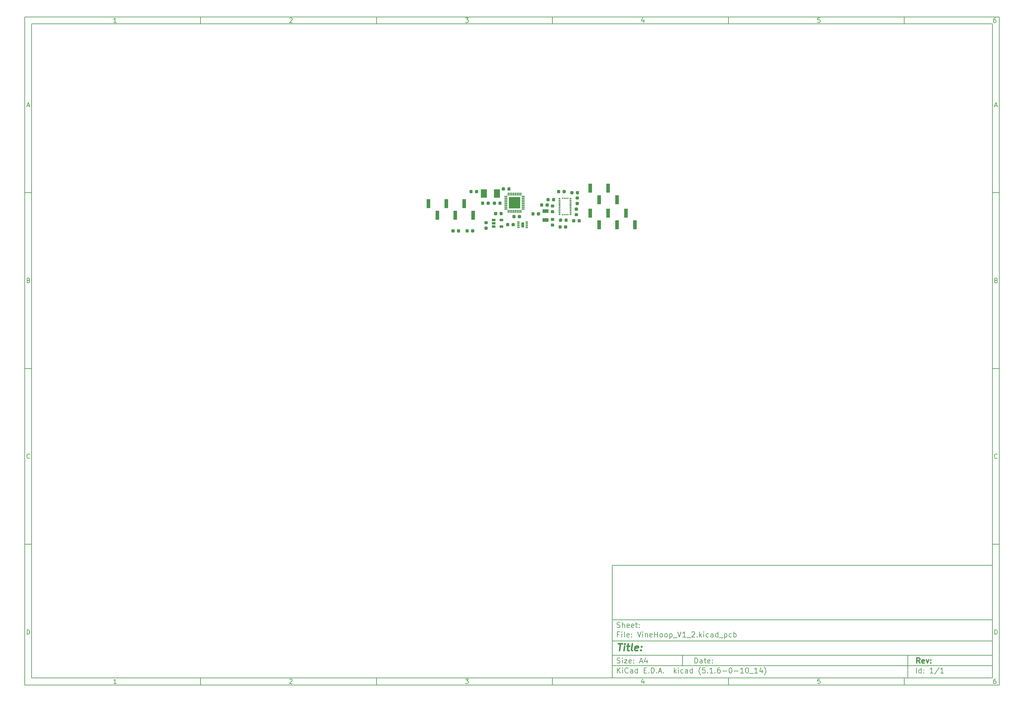
<source format=gtp>
G04 #@! TF.GenerationSoftware,KiCad,Pcbnew,(5.1.6-0-10_14)*
G04 #@! TF.CreationDate,2020-07-22T23:19:55-07:00*
G04 #@! TF.ProjectId,VineHoop_V1_2,56696e65-486f-46f7-905f-56315f322e6b,rev?*
G04 #@! TF.SameCoordinates,Original*
G04 #@! TF.FileFunction,Paste,Top*
G04 #@! TF.FilePolarity,Positive*
%FSLAX46Y46*%
G04 Gerber Fmt 4.6, Leading zero omitted, Abs format (unit mm)*
G04 Created by KiCad (PCBNEW (5.1.6-0-10_14)) date 2020-07-22 23:19:55*
%MOMM*%
%LPD*%
G01*
G04 APERTURE LIST*
%ADD10C,0.100000*%
%ADD11C,0.150000*%
%ADD12C,0.300000*%
%ADD13C,0.400000*%
%ADD14C,0.010000*%
%ADD15R,1.000000X2.510000*%
%ADD16R,0.525000X0.300000*%
%ADD17R,0.300000X0.425000*%
%ADD18R,3.251200X3.251200*%
%ADD19R,0.812800X0.304800*%
%ADD20R,0.304800X0.812800*%
%ADD21R,1.060000X0.650000*%
%ADD22R,1.800000X1.000000*%
%ADD23R,1.700000X2.400000*%
%ADD24R,0.200000X1.000000*%
%ADD25R,0.800000X0.300000*%
G04 APERTURE END LIST*
D10*
D11*
X177002200Y-166007200D02*
X177002200Y-198007200D01*
X285002200Y-198007200D01*
X285002200Y-166007200D01*
X177002200Y-166007200D01*
D10*
D11*
X10000000Y-10000000D02*
X10000000Y-200007200D01*
X287002200Y-200007200D01*
X287002200Y-10000000D01*
X10000000Y-10000000D01*
D10*
D11*
X12000000Y-12000000D02*
X12000000Y-198007200D01*
X285002200Y-198007200D01*
X285002200Y-12000000D01*
X12000000Y-12000000D01*
D10*
D11*
X60000000Y-12000000D02*
X60000000Y-10000000D01*
D10*
D11*
X110000000Y-12000000D02*
X110000000Y-10000000D01*
D10*
D11*
X160000000Y-12000000D02*
X160000000Y-10000000D01*
D10*
D11*
X210000000Y-12000000D02*
X210000000Y-10000000D01*
D10*
D11*
X260000000Y-12000000D02*
X260000000Y-10000000D01*
D10*
D11*
X36065476Y-11588095D02*
X35322619Y-11588095D01*
X35694047Y-11588095D02*
X35694047Y-10288095D01*
X35570238Y-10473809D01*
X35446428Y-10597619D01*
X35322619Y-10659523D01*
D10*
D11*
X85322619Y-10411904D02*
X85384523Y-10350000D01*
X85508333Y-10288095D01*
X85817857Y-10288095D01*
X85941666Y-10350000D01*
X86003571Y-10411904D01*
X86065476Y-10535714D01*
X86065476Y-10659523D01*
X86003571Y-10845238D01*
X85260714Y-11588095D01*
X86065476Y-11588095D01*
D10*
D11*
X135260714Y-10288095D02*
X136065476Y-10288095D01*
X135632142Y-10783333D01*
X135817857Y-10783333D01*
X135941666Y-10845238D01*
X136003571Y-10907142D01*
X136065476Y-11030952D01*
X136065476Y-11340476D01*
X136003571Y-11464285D01*
X135941666Y-11526190D01*
X135817857Y-11588095D01*
X135446428Y-11588095D01*
X135322619Y-11526190D01*
X135260714Y-11464285D01*
D10*
D11*
X185941666Y-10721428D02*
X185941666Y-11588095D01*
X185632142Y-10226190D02*
X185322619Y-11154761D01*
X186127380Y-11154761D01*
D10*
D11*
X236003571Y-10288095D02*
X235384523Y-10288095D01*
X235322619Y-10907142D01*
X235384523Y-10845238D01*
X235508333Y-10783333D01*
X235817857Y-10783333D01*
X235941666Y-10845238D01*
X236003571Y-10907142D01*
X236065476Y-11030952D01*
X236065476Y-11340476D01*
X236003571Y-11464285D01*
X235941666Y-11526190D01*
X235817857Y-11588095D01*
X235508333Y-11588095D01*
X235384523Y-11526190D01*
X235322619Y-11464285D01*
D10*
D11*
X285941666Y-10288095D02*
X285694047Y-10288095D01*
X285570238Y-10350000D01*
X285508333Y-10411904D01*
X285384523Y-10597619D01*
X285322619Y-10845238D01*
X285322619Y-11340476D01*
X285384523Y-11464285D01*
X285446428Y-11526190D01*
X285570238Y-11588095D01*
X285817857Y-11588095D01*
X285941666Y-11526190D01*
X286003571Y-11464285D01*
X286065476Y-11340476D01*
X286065476Y-11030952D01*
X286003571Y-10907142D01*
X285941666Y-10845238D01*
X285817857Y-10783333D01*
X285570238Y-10783333D01*
X285446428Y-10845238D01*
X285384523Y-10907142D01*
X285322619Y-11030952D01*
D10*
D11*
X60000000Y-198007200D02*
X60000000Y-200007200D01*
D10*
D11*
X110000000Y-198007200D02*
X110000000Y-200007200D01*
D10*
D11*
X160000000Y-198007200D02*
X160000000Y-200007200D01*
D10*
D11*
X210000000Y-198007200D02*
X210000000Y-200007200D01*
D10*
D11*
X260000000Y-198007200D02*
X260000000Y-200007200D01*
D10*
D11*
X36065476Y-199595295D02*
X35322619Y-199595295D01*
X35694047Y-199595295D02*
X35694047Y-198295295D01*
X35570238Y-198481009D01*
X35446428Y-198604819D01*
X35322619Y-198666723D01*
D10*
D11*
X85322619Y-198419104D02*
X85384523Y-198357200D01*
X85508333Y-198295295D01*
X85817857Y-198295295D01*
X85941666Y-198357200D01*
X86003571Y-198419104D01*
X86065476Y-198542914D01*
X86065476Y-198666723D01*
X86003571Y-198852438D01*
X85260714Y-199595295D01*
X86065476Y-199595295D01*
D10*
D11*
X135260714Y-198295295D02*
X136065476Y-198295295D01*
X135632142Y-198790533D01*
X135817857Y-198790533D01*
X135941666Y-198852438D01*
X136003571Y-198914342D01*
X136065476Y-199038152D01*
X136065476Y-199347676D01*
X136003571Y-199471485D01*
X135941666Y-199533390D01*
X135817857Y-199595295D01*
X135446428Y-199595295D01*
X135322619Y-199533390D01*
X135260714Y-199471485D01*
D10*
D11*
X185941666Y-198728628D02*
X185941666Y-199595295D01*
X185632142Y-198233390D02*
X185322619Y-199161961D01*
X186127380Y-199161961D01*
D10*
D11*
X236003571Y-198295295D02*
X235384523Y-198295295D01*
X235322619Y-198914342D01*
X235384523Y-198852438D01*
X235508333Y-198790533D01*
X235817857Y-198790533D01*
X235941666Y-198852438D01*
X236003571Y-198914342D01*
X236065476Y-199038152D01*
X236065476Y-199347676D01*
X236003571Y-199471485D01*
X235941666Y-199533390D01*
X235817857Y-199595295D01*
X235508333Y-199595295D01*
X235384523Y-199533390D01*
X235322619Y-199471485D01*
D10*
D11*
X285941666Y-198295295D02*
X285694047Y-198295295D01*
X285570238Y-198357200D01*
X285508333Y-198419104D01*
X285384523Y-198604819D01*
X285322619Y-198852438D01*
X285322619Y-199347676D01*
X285384523Y-199471485D01*
X285446428Y-199533390D01*
X285570238Y-199595295D01*
X285817857Y-199595295D01*
X285941666Y-199533390D01*
X286003571Y-199471485D01*
X286065476Y-199347676D01*
X286065476Y-199038152D01*
X286003571Y-198914342D01*
X285941666Y-198852438D01*
X285817857Y-198790533D01*
X285570238Y-198790533D01*
X285446428Y-198852438D01*
X285384523Y-198914342D01*
X285322619Y-199038152D01*
D10*
D11*
X10000000Y-60000000D02*
X12000000Y-60000000D01*
D10*
D11*
X10000000Y-110000000D02*
X12000000Y-110000000D01*
D10*
D11*
X10000000Y-160000000D02*
X12000000Y-160000000D01*
D10*
D11*
X10690476Y-35216666D02*
X11309523Y-35216666D01*
X10566666Y-35588095D02*
X11000000Y-34288095D01*
X11433333Y-35588095D01*
D10*
D11*
X11092857Y-84907142D02*
X11278571Y-84969047D01*
X11340476Y-85030952D01*
X11402380Y-85154761D01*
X11402380Y-85340476D01*
X11340476Y-85464285D01*
X11278571Y-85526190D01*
X11154761Y-85588095D01*
X10659523Y-85588095D01*
X10659523Y-84288095D01*
X11092857Y-84288095D01*
X11216666Y-84350000D01*
X11278571Y-84411904D01*
X11340476Y-84535714D01*
X11340476Y-84659523D01*
X11278571Y-84783333D01*
X11216666Y-84845238D01*
X11092857Y-84907142D01*
X10659523Y-84907142D01*
D10*
D11*
X11402380Y-135464285D02*
X11340476Y-135526190D01*
X11154761Y-135588095D01*
X11030952Y-135588095D01*
X10845238Y-135526190D01*
X10721428Y-135402380D01*
X10659523Y-135278571D01*
X10597619Y-135030952D01*
X10597619Y-134845238D01*
X10659523Y-134597619D01*
X10721428Y-134473809D01*
X10845238Y-134350000D01*
X11030952Y-134288095D01*
X11154761Y-134288095D01*
X11340476Y-134350000D01*
X11402380Y-134411904D01*
D10*
D11*
X10659523Y-185588095D02*
X10659523Y-184288095D01*
X10969047Y-184288095D01*
X11154761Y-184350000D01*
X11278571Y-184473809D01*
X11340476Y-184597619D01*
X11402380Y-184845238D01*
X11402380Y-185030952D01*
X11340476Y-185278571D01*
X11278571Y-185402380D01*
X11154761Y-185526190D01*
X10969047Y-185588095D01*
X10659523Y-185588095D01*
D10*
D11*
X287002200Y-60000000D02*
X285002200Y-60000000D01*
D10*
D11*
X287002200Y-110000000D02*
X285002200Y-110000000D01*
D10*
D11*
X287002200Y-160000000D02*
X285002200Y-160000000D01*
D10*
D11*
X285692676Y-35216666D02*
X286311723Y-35216666D01*
X285568866Y-35588095D02*
X286002200Y-34288095D01*
X286435533Y-35588095D01*
D10*
D11*
X286095057Y-84907142D02*
X286280771Y-84969047D01*
X286342676Y-85030952D01*
X286404580Y-85154761D01*
X286404580Y-85340476D01*
X286342676Y-85464285D01*
X286280771Y-85526190D01*
X286156961Y-85588095D01*
X285661723Y-85588095D01*
X285661723Y-84288095D01*
X286095057Y-84288095D01*
X286218866Y-84350000D01*
X286280771Y-84411904D01*
X286342676Y-84535714D01*
X286342676Y-84659523D01*
X286280771Y-84783333D01*
X286218866Y-84845238D01*
X286095057Y-84907142D01*
X285661723Y-84907142D01*
D10*
D11*
X286404580Y-135464285D02*
X286342676Y-135526190D01*
X286156961Y-135588095D01*
X286033152Y-135588095D01*
X285847438Y-135526190D01*
X285723628Y-135402380D01*
X285661723Y-135278571D01*
X285599819Y-135030952D01*
X285599819Y-134845238D01*
X285661723Y-134597619D01*
X285723628Y-134473809D01*
X285847438Y-134350000D01*
X286033152Y-134288095D01*
X286156961Y-134288095D01*
X286342676Y-134350000D01*
X286404580Y-134411904D01*
D10*
D11*
X285661723Y-185588095D02*
X285661723Y-184288095D01*
X285971247Y-184288095D01*
X286156961Y-184350000D01*
X286280771Y-184473809D01*
X286342676Y-184597619D01*
X286404580Y-184845238D01*
X286404580Y-185030952D01*
X286342676Y-185278571D01*
X286280771Y-185402380D01*
X286156961Y-185526190D01*
X285971247Y-185588095D01*
X285661723Y-185588095D01*
D10*
D11*
X200434342Y-193785771D02*
X200434342Y-192285771D01*
X200791485Y-192285771D01*
X201005771Y-192357200D01*
X201148628Y-192500057D01*
X201220057Y-192642914D01*
X201291485Y-192928628D01*
X201291485Y-193142914D01*
X201220057Y-193428628D01*
X201148628Y-193571485D01*
X201005771Y-193714342D01*
X200791485Y-193785771D01*
X200434342Y-193785771D01*
X202577200Y-193785771D02*
X202577200Y-193000057D01*
X202505771Y-192857200D01*
X202362914Y-192785771D01*
X202077200Y-192785771D01*
X201934342Y-192857200D01*
X202577200Y-193714342D02*
X202434342Y-193785771D01*
X202077200Y-193785771D01*
X201934342Y-193714342D01*
X201862914Y-193571485D01*
X201862914Y-193428628D01*
X201934342Y-193285771D01*
X202077200Y-193214342D01*
X202434342Y-193214342D01*
X202577200Y-193142914D01*
X203077200Y-192785771D02*
X203648628Y-192785771D01*
X203291485Y-192285771D02*
X203291485Y-193571485D01*
X203362914Y-193714342D01*
X203505771Y-193785771D01*
X203648628Y-193785771D01*
X204720057Y-193714342D02*
X204577200Y-193785771D01*
X204291485Y-193785771D01*
X204148628Y-193714342D01*
X204077200Y-193571485D01*
X204077200Y-193000057D01*
X204148628Y-192857200D01*
X204291485Y-192785771D01*
X204577200Y-192785771D01*
X204720057Y-192857200D01*
X204791485Y-193000057D01*
X204791485Y-193142914D01*
X204077200Y-193285771D01*
X205434342Y-193642914D02*
X205505771Y-193714342D01*
X205434342Y-193785771D01*
X205362914Y-193714342D01*
X205434342Y-193642914D01*
X205434342Y-193785771D01*
X205434342Y-192857200D02*
X205505771Y-192928628D01*
X205434342Y-193000057D01*
X205362914Y-192928628D01*
X205434342Y-192857200D01*
X205434342Y-193000057D01*
D10*
D11*
X177002200Y-194507200D02*
X285002200Y-194507200D01*
D10*
D11*
X178434342Y-196585771D02*
X178434342Y-195085771D01*
X179291485Y-196585771D02*
X178648628Y-195728628D01*
X179291485Y-195085771D02*
X178434342Y-195942914D01*
X179934342Y-196585771D02*
X179934342Y-195585771D01*
X179934342Y-195085771D02*
X179862914Y-195157200D01*
X179934342Y-195228628D01*
X180005771Y-195157200D01*
X179934342Y-195085771D01*
X179934342Y-195228628D01*
X181505771Y-196442914D02*
X181434342Y-196514342D01*
X181220057Y-196585771D01*
X181077200Y-196585771D01*
X180862914Y-196514342D01*
X180720057Y-196371485D01*
X180648628Y-196228628D01*
X180577200Y-195942914D01*
X180577200Y-195728628D01*
X180648628Y-195442914D01*
X180720057Y-195300057D01*
X180862914Y-195157200D01*
X181077200Y-195085771D01*
X181220057Y-195085771D01*
X181434342Y-195157200D01*
X181505771Y-195228628D01*
X182791485Y-196585771D02*
X182791485Y-195800057D01*
X182720057Y-195657200D01*
X182577200Y-195585771D01*
X182291485Y-195585771D01*
X182148628Y-195657200D01*
X182791485Y-196514342D02*
X182648628Y-196585771D01*
X182291485Y-196585771D01*
X182148628Y-196514342D01*
X182077200Y-196371485D01*
X182077200Y-196228628D01*
X182148628Y-196085771D01*
X182291485Y-196014342D01*
X182648628Y-196014342D01*
X182791485Y-195942914D01*
X184148628Y-196585771D02*
X184148628Y-195085771D01*
X184148628Y-196514342D02*
X184005771Y-196585771D01*
X183720057Y-196585771D01*
X183577200Y-196514342D01*
X183505771Y-196442914D01*
X183434342Y-196300057D01*
X183434342Y-195871485D01*
X183505771Y-195728628D01*
X183577200Y-195657200D01*
X183720057Y-195585771D01*
X184005771Y-195585771D01*
X184148628Y-195657200D01*
X186005771Y-195800057D02*
X186505771Y-195800057D01*
X186720057Y-196585771D02*
X186005771Y-196585771D01*
X186005771Y-195085771D01*
X186720057Y-195085771D01*
X187362914Y-196442914D02*
X187434342Y-196514342D01*
X187362914Y-196585771D01*
X187291485Y-196514342D01*
X187362914Y-196442914D01*
X187362914Y-196585771D01*
X188077200Y-196585771D02*
X188077200Y-195085771D01*
X188434342Y-195085771D01*
X188648628Y-195157200D01*
X188791485Y-195300057D01*
X188862914Y-195442914D01*
X188934342Y-195728628D01*
X188934342Y-195942914D01*
X188862914Y-196228628D01*
X188791485Y-196371485D01*
X188648628Y-196514342D01*
X188434342Y-196585771D01*
X188077200Y-196585771D01*
X189577200Y-196442914D02*
X189648628Y-196514342D01*
X189577200Y-196585771D01*
X189505771Y-196514342D01*
X189577200Y-196442914D01*
X189577200Y-196585771D01*
X190220057Y-196157200D02*
X190934342Y-196157200D01*
X190077200Y-196585771D02*
X190577200Y-195085771D01*
X191077200Y-196585771D01*
X191577200Y-196442914D02*
X191648628Y-196514342D01*
X191577200Y-196585771D01*
X191505771Y-196514342D01*
X191577200Y-196442914D01*
X191577200Y-196585771D01*
X194577200Y-196585771D02*
X194577200Y-195085771D01*
X194720057Y-196014342D02*
X195148628Y-196585771D01*
X195148628Y-195585771D02*
X194577200Y-196157200D01*
X195791485Y-196585771D02*
X195791485Y-195585771D01*
X195791485Y-195085771D02*
X195720057Y-195157200D01*
X195791485Y-195228628D01*
X195862914Y-195157200D01*
X195791485Y-195085771D01*
X195791485Y-195228628D01*
X197148628Y-196514342D02*
X197005771Y-196585771D01*
X196720057Y-196585771D01*
X196577200Y-196514342D01*
X196505771Y-196442914D01*
X196434342Y-196300057D01*
X196434342Y-195871485D01*
X196505771Y-195728628D01*
X196577200Y-195657200D01*
X196720057Y-195585771D01*
X197005771Y-195585771D01*
X197148628Y-195657200D01*
X198434342Y-196585771D02*
X198434342Y-195800057D01*
X198362914Y-195657200D01*
X198220057Y-195585771D01*
X197934342Y-195585771D01*
X197791485Y-195657200D01*
X198434342Y-196514342D02*
X198291485Y-196585771D01*
X197934342Y-196585771D01*
X197791485Y-196514342D01*
X197720057Y-196371485D01*
X197720057Y-196228628D01*
X197791485Y-196085771D01*
X197934342Y-196014342D01*
X198291485Y-196014342D01*
X198434342Y-195942914D01*
X199791485Y-196585771D02*
X199791485Y-195085771D01*
X199791485Y-196514342D02*
X199648628Y-196585771D01*
X199362914Y-196585771D01*
X199220057Y-196514342D01*
X199148628Y-196442914D01*
X199077200Y-196300057D01*
X199077200Y-195871485D01*
X199148628Y-195728628D01*
X199220057Y-195657200D01*
X199362914Y-195585771D01*
X199648628Y-195585771D01*
X199791485Y-195657200D01*
X202077200Y-197157200D02*
X202005771Y-197085771D01*
X201862914Y-196871485D01*
X201791485Y-196728628D01*
X201720057Y-196514342D01*
X201648628Y-196157200D01*
X201648628Y-195871485D01*
X201720057Y-195514342D01*
X201791485Y-195300057D01*
X201862914Y-195157200D01*
X202005771Y-194942914D01*
X202077200Y-194871485D01*
X203362914Y-195085771D02*
X202648628Y-195085771D01*
X202577200Y-195800057D01*
X202648628Y-195728628D01*
X202791485Y-195657200D01*
X203148628Y-195657200D01*
X203291485Y-195728628D01*
X203362914Y-195800057D01*
X203434342Y-195942914D01*
X203434342Y-196300057D01*
X203362914Y-196442914D01*
X203291485Y-196514342D01*
X203148628Y-196585771D01*
X202791485Y-196585771D01*
X202648628Y-196514342D01*
X202577200Y-196442914D01*
X204077200Y-196442914D02*
X204148628Y-196514342D01*
X204077200Y-196585771D01*
X204005771Y-196514342D01*
X204077200Y-196442914D01*
X204077200Y-196585771D01*
X205577200Y-196585771D02*
X204720057Y-196585771D01*
X205148628Y-196585771D02*
X205148628Y-195085771D01*
X205005771Y-195300057D01*
X204862914Y-195442914D01*
X204720057Y-195514342D01*
X206220057Y-196442914D02*
X206291485Y-196514342D01*
X206220057Y-196585771D01*
X206148628Y-196514342D01*
X206220057Y-196442914D01*
X206220057Y-196585771D01*
X207577200Y-195085771D02*
X207291485Y-195085771D01*
X207148628Y-195157200D01*
X207077200Y-195228628D01*
X206934342Y-195442914D01*
X206862914Y-195728628D01*
X206862914Y-196300057D01*
X206934342Y-196442914D01*
X207005771Y-196514342D01*
X207148628Y-196585771D01*
X207434342Y-196585771D01*
X207577200Y-196514342D01*
X207648628Y-196442914D01*
X207720057Y-196300057D01*
X207720057Y-195942914D01*
X207648628Y-195800057D01*
X207577200Y-195728628D01*
X207434342Y-195657200D01*
X207148628Y-195657200D01*
X207005771Y-195728628D01*
X206934342Y-195800057D01*
X206862914Y-195942914D01*
X208362914Y-196014342D02*
X209505771Y-196014342D01*
X210505771Y-195085771D02*
X210648628Y-195085771D01*
X210791485Y-195157200D01*
X210862914Y-195228628D01*
X210934342Y-195371485D01*
X211005771Y-195657200D01*
X211005771Y-196014342D01*
X210934342Y-196300057D01*
X210862914Y-196442914D01*
X210791485Y-196514342D01*
X210648628Y-196585771D01*
X210505771Y-196585771D01*
X210362914Y-196514342D01*
X210291485Y-196442914D01*
X210220057Y-196300057D01*
X210148628Y-196014342D01*
X210148628Y-195657200D01*
X210220057Y-195371485D01*
X210291485Y-195228628D01*
X210362914Y-195157200D01*
X210505771Y-195085771D01*
X211648628Y-196014342D02*
X212791485Y-196014342D01*
X214291485Y-196585771D02*
X213434342Y-196585771D01*
X213862914Y-196585771D02*
X213862914Y-195085771D01*
X213720057Y-195300057D01*
X213577200Y-195442914D01*
X213434342Y-195514342D01*
X215220057Y-195085771D02*
X215362914Y-195085771D01*
X215505771Y-195157200D01*
X215577200Y-195228628D01*
X215648628Y-195371485D01*
X215720057Y-195657200D01*
X215720057Y-196014342D01*
X215648628Y-196300057D01*
X215577200Y-196442914D01*
X215505771Y-196514342D01*
X215362914Y-196585771D01*
X215220057Y-196585771D01*
X215077200Y-196514342D01*
X215005771Y-196442914D01*
X214934342Y-196300057D01*
X214862914Y-196014342D01*
X214862914Y-195657200D01*
X214934342Y-195371485D01*
X215005771Y-195228628D01*
X215077200Y-195157200D01*
X215220057Y-195085771D01*
X216005771Y-196728628D02*
X217148628Y-196728628D01*
X218291485Y-196585771D02*
X217434342Y-196585771D01*
X217862914Y-196585771D02*
X217862914Y-195085771D01*
X217720057Y-195300057D01*
X217577200Y-195442914D01*
X217434342Y-195514342D01*
X219577200Y-195585771D02*
X219577200Y-196585771D01*
X219220057Y-195014342D02*
X218862914Y-196085771D01*
X219791485Y-196085771D01*
X220220057Y-197157200D02*
X220291485Y-197085771D01*
X220434342Y-196871485D01*
X220505771Y-196728628D01*
X220577200Y-196514342D01*
X220648628Y-196157200D01*
X220648628Y-195871485D01*
X220577200Y-195514342D01*
X220505771Y-195300057D01*
X220434342Y-195157200D01*
X220291485Y-194942914D01*
X220220057Y-194871485D01*
D10*
D11*
X177002200Y-191507200D02*
X285002200Y-191507200D01*
D10*
D12*
X264411485Y-193785771D02*
X263911485Y-193071485D01*
X263554342Y-193785771D02*
X263554342Y-192285771D01*
X264125771Y-192285771D01*
X264268628Y-192357200D01*
X264340057Y-192428628D01*
X264411485Y-192571485D01*
X264411485Y-192785771D01*
X264340057Y-192928628D01*
X264268628Y-193000057D01*
X264125771Y-193071485D01*
X263554342Y-193071485D01*
X265625771Y-193714342D02*
X265482914Y-193785771D01*
X265197200Y-193785771D01*
X265054342Y-193714342D01*
X264982914Y-193571485D01*
X264982914Y-193000057D01*
X265054342Y-192857200D01*
X265197200Y-192785771D01*
X265482914Y-192785771D01*
X265625771Y-192857200D01*
X265697200Y-193000057D01*
X265697200Y-193142914D01*
X264982914Y-193285771D01*
X266197200Y-192785771D02*
X266554342Y-193785771D01*
X266911485Y-192785771D01*
X267482914Y-193642914D02*
X267554342Y-193714342D01*
X267482914Y-193785771D01*
X267411485Y-193714342D01*
X267482914Y-193642914D01*
X267482914Y-193785771D01*
X267482914Y-192857200D02*
X267554342Y-192928628D01*
X267482914Y-193000057D01*
X267411485Y-192928628D01*
X267482914Y-192857200D01*
X267482914Y-193000057D01*
D10*
D11*
X178362914Y-193714342D02*
X178577200Y-193785771D01*
X178934342Y-193785771D01*
X179077200Y-193714342D01*
X179148628Y-193642914D01*
X179220057Y-193500057D01*
X179220057Y-193357200D01*
X179148628Y-193214342D01*
X179077200Y-193142914D01*
X178934342Y-193071485D01*
X178648628Y-193000057D01*
X178505771Y-192928628D01*
X178434342Y-192857200D01*
X178362914Y-192714342D01*
X178362914Y-192571485D01*
X178434342Y-192428628D01*
X178505771Y-192357200D01*
X178648628Y-192285771D01*
X179005771Y-192285771D01*
X179220057Y-192357200D01*
X179862914Y-193785771D02*
X179862914Y-192785771D01*
X179862914Y-192285771D02*
X179791485Y-192357200D01*
X179862914Y-192428628D01*
X179934342Y-192357200D01*
X179862914Y-192285771D01*
X179862914Y-192428628D01*
X180434342Y-192785771D02*
X181220057Y-192785771D01*
X180434342Y-193785771D01*
X181220057Y-193785771D01*
X182362914Y-193714342D02*
X182220057Y-193785771D01*
X181934342Y-193785771D01*
X181791485Y-193714342D01*
X181720057Y-193571485D01*
X181720057Y-193000057D01*
X181791485Y-192857200D01*
X181934342Y-192785771D01*
X182220057Y-192785771D01*
X182362914Y-192857200D01*
X182434342Y-193000057D01*
X182434342Y-193142914D01*
X181720057Y-193285771D01*
X183077200Y-193642914D02*
X183148628Y-193714342D01*
X183077200Y-193785771D01*
X183005771Y-193714342D01*
X183077200Y-193642914D01*
X183077200Y-193785771D01*
X183077200Y-192857200D02*
X183148628Y-192928628D01*
X183077200Y-193000057D01*
X183005771Y-192928628D01*
X183077200Y-192857200D01*
X183077200Y-193000057D01*
X184862914Y-193357200D02*
X185577200Y-193357200D01*
X184720057Y-193785771D02*
X185220057Y-192285771D01*
X185720057Y-193785771D01*
X186862914Y-192785771D02*
X186862914Y-193785771D01*
X186505771Y-192214342D02*
X186148628Y-193285771D01*
X187077200Y-193285771D01*
D10*
D11*
X263434342Y-196585771D02*
X263434342Y-195085771D01*
X264791485Y-196585771D02*
X264791485Y-195085771D01*
X264791485Y-196514342D02*
X264648628Y-196585771D01*
X264362914Y-196585771D01*
X264220057Y-196514342D01*
X264148628Y-196442914D01*
X264077200Y-196300057D01*
X264077200Y-195871485D01*
X264148628Y-195728628D01*
X264220057Y-195657200D01*
X264362914Y-195585771D01*
X264648628Y-195585771D01*
X264791485Y-195657200D01*
X265505771Y-196442914D02*
X265577200Y-196514342D01*
X265505771Y-196585771D01*
X265434342Y-196514342D01*
X265505771Y-196442914D01*
X265505771Y-196585771D01*
X265505771Y-195657200D02*
X265577200Y-195728628D01*
X265505771Y-195800057D01*
X265434342Y-195728628D01*
X265505771Y-195657200D01*
X265505771Y-195800057D01*
X268148628Y-196585771D02*
X267291485Y-196585771D01*
X267720057Y-196585771D02*
X267720057Y-195085771D01*
X267577200Y-195300057D01*
X267434342Y-195442914D01*
X267291485Y-195514342D01*
X269862914Y-195014342D02*
X268577200Y-196942914D01*
X271148628Y-196585771D02*
X270291485Y-196585771D01*
X270720057Y-196585771D02*
X270720057Y-195085771D01*
X270577200Y-195300057D01*
X270434342Y-195442914D01*
X270291485Y-195514342D01*
D10*
D11*
X177002200Y-187507200D02*
X285002200Y-187507200D01*
D10*
D13*
X178714580Y-188211961D02*
X179857438Y-188211961D01*
X179036009Y-190211961D02*
X179286009Y-188211961D01*
X180274104Y-190211961D02*
X180440771Y-188878628D01*
X180524104Y-188211961D02*
X180416961Y-188307200D01*
X180500295Y-188402438D01*
X180607438Y-188307200D01*
X180524104Y-188211961D01*
X180500295Y-188402438D01*
X181107438Y-188878628D02*
X181869342Y-188878628D01*
X181476485Y-188211961D02*
X181262200Y-189926247D01*
X181333628Y-190116723D01*
X181512200Y-190211961D01*
X181702676Y-190211961D01*
X182655057Y-190211961D02*
X182476485Y-190116723D01*
X182405057Y-189926247D01*
X182619342Y-188211961D01*
X184190771Y-190116723D02*
X183988390Y-190211961D01*
X183607438Y-190211961D01*
X183428866Y-190116723D01*
X183357438Y-189926247D01*
X183452676Y-189164342D01*
X183571723Y-188973866D01*
X183774104Y-188878628D01*
X184155057Y-188878628D01*
X184333628Y-188973866D01*
X184405057Y-189164342D01*
X184381247Y-189354819D01*
X183405057Y-189545295D01*
X185155057Y-190021485D02*
X185238390Y-190116723D01*
X185131247Y-190211961D01*
X185047914Y-190116723D01*
X185155057Y-190021485D01*
X185131247Y-190211961D01*
X185286009Y-188973866D02*
X185369342Y-189069104D01*
X185262200Y-189164342D01*
X185178866Y-189069104D01*
X185286009Y-188973866D01*
X185262200Y-189164342D01*
D10*
D11*
X178934342Y-185600057D02*
X178434342Y-185600057D01*
X178434342Y-186385771D02*
X178434342Y-184885771D01*
X179148628Y-184885771D01*
X179720057Y-186385771D02*
X179720057Y-185385771D01*
X179720057Y-184885771D02*
X179648628Y-184957200D01*
X179720057Y-185028628D01*
X179791485Y-184957200D01*
X179720057Y-184885771D01*
X179720057Y-185028628D01*
X180648628Y-186385771D02*
X180505771Y-186314342D01*
X180434342Y-186171485D01*
X180434342Y-184885771D01*
X181791485Y-186314342D02*
X181648628Y-186385771D01*
X181362914Y-186385771D01*
X181220057Y-186314342D01*
X181148628Y-186171485D01*
X181148628Y-185600057D01*
X181220057Y-185457200D01*
X181362914Y-185385771D01*
X181648628Y-185385771D01*
X181791485Y-185457200D01*
X181862914Y-185600057D01*
X181862914Y-185742914D01*
X181148628Y-185885771D01*
X182505771Y-186242914D02*
X182577200Y-186314342D01*
X182505771Y-186385771D01*
X182434342Y-186314342D01*
X182505771Y-186242914D01*
X182505771Y-186385771D01*
X182505771Y-185457200D02*
X182577200Y-185528628D01*
X182505771Y-185600057D01*
X182434342Y-185528628D01*
X182505771Y-185457200D01*
X182505771Y-185600057D01*
X184148628Y-184885771D02*
X184648628Y-186385771D01*
X185148628Y-184885771D01*
X185648628Y-186385771D02*
X185648628Y-185385771D01*
X185648628Y-184885771D02*
X185577200Y-184957200D01*
X185648628Y-185028628D01*
X185720057Y-184957200D01*
X185648628Y-184885771D01*
X185648628Y-185028628D01*
X186362914Y-185385771D02*
X186362914Y-186385771D01*
X186362914Y-185528628D02*
X186434342Y-185457200D01*
X186577200Y-185385771D01*
X186791485Y-185385771D01*
X186934342Y-185457200D01*
X187005771Y-185600057D01*
X187005771Y-186385771D01*
X188291485Y-186314342D02*
X188148628Y-186385771D01*
X187862914Y-186385771D01*
X187720057Y-186314342D01*
X187648628Y-186171485D01*
X187648628Y-185600057D01*
X187720057Y-185457200D01*
X187862914Y-185385771D01*
X188148628Y-185385771D01*
X188291485Y-185457200D01*
X188362914Y-185600057D01*
X188362914Y-185742914D01*
X187648628Y-185885771D01*
X189005771Y-186385771D02*
X189005771Y-184885771D01*
X189005771Y-185600057D02*
X189862914Y-185600057D01*
X189862914Y-186385771D02*
X189862914Y-184885771D01*
X190791485Y-186385771D02*
X190648628Y-186314342D01*
X190577200Y-186242914D01*
X190505771Y-186100057D01*
X190505771Y-185671485D01*
X190577200Y-185528628D01*
X190648628Y-185457200D01*
X190791485Y-185385771D01*
X191005771Y-185385771D01*
X191148628Y-185457200D01*
X191220057Y-185528628D01*
X191291485Y-185671485D01*
X191291485Y-186100057D01*
X191220057Y-186242914D01*
X191148628Y-186314342D01*
X191005771Y-186385771D01*
X190791485Y-186385771D01*
X192148628Y-186385771D02*
X192005771Y-186314342D01*
X191934342Y-186242914D01*
X191862914Y-186100057D01*
X191862914Y-185671485D01*
X191934342Y-185528628D01*
X192005771Y-185457200D01*
X192148628Y-185385771D01*
X192362914Y-185385771D01*
X192505771Y-185457200D01*
X192577200Y-185528628D01*
X192648628Y-185671485D01*
X192648628Y-186100057D01*
X192577200Y-186242914D01*
X192505771Y-186314342D01*
X192362914Y-186385771D01*
X192148628Y-186385771D01*
X193291485Y-185385771D02*
X193291485Y-186885771D01*
X193291485Y-185457200D02*
X193434342Y-185385771D01*
X193720057Y-185385771D01*
X193862914Y-185457200D01*
X193934342Y-185528628D01*
X194005771Y-185671485D01*
X194005771Y-186100057D01*
X193934342Y-186242914D01*
X193862914Y-186314342D01*
X193720057Y-186385771D01*
X193434342Y-186385771D01*
X193291485Y-186314342D01*
X194291485Y-186528628D02*
X195434342Y-186528628D01*
X195577200Y-184885771D02*
X196077200Y-186385771D01*
X196577200Y-184885771D01*
X197862914Y-186385771D02*
X197005771Y-186385771D01*
X197434342Y-186385771D02*
X197434342Y-184885771D01*
X197291485Y-185100057D01*
X197148628Y-185242914D01*
X197005771Y-185314342D01*
X198148628Y-186528628D02*
X199291485Y-186528628D01*
X199577200Y-185028628D02*
X199648628Y-184957200D01*
X199791485Y-184885771D01*
X200148628Y-184885771D01*
X200291485Y-184957200D01*
X200362914Y-185028628D01*
X200434342Y-185171485D01*
X200434342Y-185314342D01*
X200362914Y-185528628D01*
X199505771Y-186385771D01*
X200434342Y-186385771D01*
X201077200Y-186242914D02*
X201148628Y-186314342D01*
X201077200Y-186385771D01*
X201005771Y-186314342D01*
X201077200Y-186242914D01*
X201077200Y-186385771D01*
X201791485Y-186385771D02*
X201791485Y-184885771D01*
X201934342Y-185814342D02*
X202362914Y-186385771D01*
X202362914Y-185385771D02*
X201791485Y-185957200D01*
X203005771Y-186385771D02*
X203005771Y-185385771D01*
X203005771Y-184885771D02*
X202934342Y-184957200D01*
X203005771Y-185028628D01*
X203077200Y-184957200D01*
X203005771Y-184885771D01*
X203005771Y-185028628D01*
X204362914Y-186314342D02*
X204220057Y-186385771D01*
X203934342Y-186385771D01*
X203791485Y-186314342D01*
X203720057Y-186242914D01*
X203648628Y-186100057D01*
X203648628Y-185671485D01*
X203720057Y-185528628D01*
X203791485Y-185457200D01*
X203934342Y-185385771D01*
X204220057Y-185385771D01*
X204362914Y-185457200D01*
X205648628Y-186385771D02*
X205648628Y-185600057D01*
X205577200Y-185457200D01*
X205434342Y-185385771D01*
X205148628Y-185385771D01*
X205005771Y-185457200D01*
X205648628Y-186314342D02*
X205505771Y-186385771D01*
X205148628Y-186385771D01*
X205005771Y-186314342D01*
X204934342Y-186171485D01*
X204934342Y-186028628D01*
X205005771Y-185885771D01*
X205148628Y-185814342D01*
X205505771Y-185814342D01*
X205648628Y-185742914D01*
X207005771Y-186385771D02*
X207005771Y-184885771D01*
X207005771Y-186314342D02*
X206862914Y-186385771D01*
X206577200Y-186385771D01*
X206434342Y-186314342D01*
X206362914Y-186242914D01*
X206291485Y-186100057D01*
X206291485Y-185671485D01*
X206362914Y-185528628D01*
X206434342Y-185457200D01*
X206577200Y-185385771D01*
X206862914Y-185385771D01*
X207005771Y-185457200D01*
X207362914Y-186528628D02*
X208505771Y-186528628D01*
X208862914Y-185385771D02*
X208862914Y-186885771D01*
X208862914Y-185457200D02*
X209005771Y-185385771D01*
X209291485Y-185385771D01*
X209434342Y-185457200D01*
X209505771Y-185528628D01*
X209577200Y-185671485D01*
X209577200Y-186100057D01*
X209505771Y-186242914D01*
X209434342Y-186314342D01*
X209291485Y-186385771D01*
X209005771Y-186385771D01*
X208862914Y-186314342D01*
X210862914Y-186314342D02*
X210720057Y-186385771D01*
X210434342Y-186385771D01*
X210291485Y-186314342D01*
X210220057Y-186242914D01*
X210148628Y-186100057D01*
X210148628Y-185671485D01*
X210220057Y-185528628D01*
X210291485Y-185457200D01*
X210434342Y-185385771D01*
X210720057Y-185385771D01*
X210862914Y-185457200D01*
X211505771Y-186385771D02*
X211505771Y-184885771D01*
X211505771Y-185457200D02*
X211648628Y-185385771D01*
X211934342Y-185385771D01*
X212077200Y-185457200D01*
X212148628Y-185528628D01*
X212220057Y-185671485D01*
X212220057Y-186100057D01*
X212148628Y-186242914D01*
X212077200Y-186314342D01*
X211934342Y-186385771D01*
X211648628Y-186385771D01*
X211505771Y-186314342D01*
D10*
D11*
X177002200Y-181507200D02*
X285002200Y-181507200D01*
D10*
D11*
X178362914Y-183614342D02*
X178577200Y-183685771D01*
X178934342Y-183685771D01*
X179077200Y-183614342D01*
X179148628Y-183542914D01*
X179220057Y-183400057D01*
X179220057Y-183257200D01*
X179148628Y-183114342D01*
X179077200Y-183042914D01*
X178934342Y-182971485D01*
X178648628Y-182900057D01*
X178505771Y-182828628D01*
X178434342Y-182757200D01*
X178362914Y-182614342D01*
X178362914Y-182471485D01*
X178434342Y-182328628D01*
X178505771Y-182257200D01*
X178648628Y-182185771D01*
X179005771Y-182185771D01*
X179220057Y-182257200D01*
X179862914Y-183685771D02*
X179862914Y-182185771D01*
X180505771Y-183685771D02*
X180505771Y-182900057D01*
X180434342Y-182757200D01*
X180291485Y-182685771D01*
X180077200Y-182685771D01*
X179934342Y-182757200D01*
X179862914Y-182828628D01*
X181791485Y-183614342D02*
X181648628Y-183685771D01*
X181362914Y-183685771D01*
X181220057Y-183614342D01*
X181148628Y-183471485D01*
X181148628Y-182900057D01*
X181220057Y-182757200D01*
X181362914Y-182685771D01*
X181648628Y-182685771D01*
X181791485Y-182757200D01*
X181862914Y-182900057D01*
X181862914Y-183042914D01*
X181148628Y-183185771D01*
X183077200Y-183614342D02*
X182934342Y-183685771D01*
X182648628Y-183685771D01*
X182505771Y-183614342D01*
X182434342Y-183471485D01*
X182434342Y-182900057D01*
X182505771Y-182757200D01*
X182648628Y-182685771D01*
X182934342Y-182685771D01*
X183077200Y-182757200D01*
X183148628Y-182900057D01*
X183148628Y-183042914D01*
X182434342Y-183185771D01*
X183577200Y-182685771D02*
X184148628Y-182685771D01*
X183791485Y-182185771D02*
X183791485Y-183471485D01*
X183862914Y-183614342D01*
X184005771Y-183685771D01*
X184148628Y-183685771D01*
X184648628Y-183542914D02*
X184720057Y-183614342D01*
X184648628Y-183685771D01*
X184577200Y-183614342D01*
X184648628Y-183542914D01*
X184648628Y-183685771D01*
X184648628Y-182757200D02*
X184720057Y-182828628D01*
X184648628Y-182900057D01*
X184577200Y-182828628D01*
X184648628Y-182757200D01*
X184648628Y-182900057D01*
D10*
D11*
X197002200Y-191507200D02*
X197002200Y-194507200D01*
D10*
D11*
X261002200Y-191507200D02*
X261002200Y-198007200D01*
D14*
G36*
X151140716Y-68430000D02*
G01*
X151811000Y-68430000D01*
X151811000Y-69800580D01*
X151140716Y-69800580D01*
X151140716Y-68430000D01*
G37*
X151140716Y-68430000D02*
X151811000Y-68430000D01*
X151811000Y-69800580D01*
X151140716Y-69800580D01*
X151140716Y-68430000D01*
G36*
G01*
X136184500Y-70569750D02*
X136184500Y-71082250D01*
G75*
G02*
X135965750Y-71301000I-218750J0D01*
G01*
X135528250Y-71301000D01*
G75*
G02*
X135309500Y-71082250I0J218750D01*
G01*
X135309500Y-70569750D01*
G75*
G02*
X135528250Y-70351000I218750J0D01*
G01*
X135965750Y-70351000D01*
G75*
G02*
X136184500Y-70569750I0J-218750D01*
G01*
G37*
G36*
G01*
X137759500Y-70569750D02*
X137759500Y-71082250D01*
G75*
G02*
X137540750Y-71301000I-218750J0D01*
G01*
X137103250Y-71301000D01*
G75*
G02*
X136884500Y-71082250I0J218750D01*
G01*
X136884500Y-70569750D01*
G75*
G02*
X137103250Y-70351000I218750J0D01*
G01*
X137540750Y-70351000D01*
G75*
G02*
X137759500Y-70569750I0J-218750D01*
G01*
G37*
G36*
G01*
X132874500Y-71122250D02*
X132874500Y-70609750D01*
G75*
G02*
X133093250Y-70391000I218750J0D01*
G01*
X133530750Y-70391000D01*
G75*
G02*
X133749500Y-70609750I0J-218750D01*
G01*
X133749500Y-71122250D01*
G75*
G02*
X133530750Y-71341000I-218750J0D01*
G01*
X133093250Y-71341000D01*
G75*
G02*
X132874500Y-71122250I0J218750D01*
G01*
G37*
G36*
G01*
X131299500Y-71122250D02*
X131299500Y-70609750D01*
G75*
G02*
X131518250Y-70391000I218750J0D01*
G01*
X131955750Y-70391000D01*
G75*
G02*
X132174500Y-70609750I0J-218750D01*
G01*
X132174500Y-71122250D01*
G75*
G02*
X131955750Y-71341000I-218750J0D01*
G01*
X131518250Y-71341000D01*
G75*
G02*
X131299500Y-71122250I0J218750D01*
G01*
G37*
G36*
G01*
X162591000Y-69466750D02*
X162591000Y-69979250D01*
G75*
G02*
X162372250Y-70198000I-218750J0D01*
G01*
X161934750Y-70198000D01*
G75*
G02*
X161716000Y-69979250I0J218750D01*
G01*
X161716000Y-69466750D01*
G75*
G02*
X161934750Y-69248000I218750J0D01*
G01*
X162372250Y-69248000D01*
G75*
G02*
X162591000Y-69466750I0J-218750D01*
G01*
G37*
G36*
G01*
X164166000Y-69466750D02*
X164166000Y-69979250D01*
G75*
G02*
X163947250Y-70198000I-218750J0D01*
G01*
X163509750Y-70198000D01*
G75*
G02*
X163291000Y-69979250I0J218750D01*
G01*
X163291000Y-69466750D01*
G75*
G02*
X163509750Y-69248000I218750J0D01*
G01*
X163947250Y-69248000D01*
G75*
G02*
X164166000Y-69466750I0J-218750D01*
G01*
G37*
G36*
G01*
X144647500Y-63248250D02*
X144647500Y-62735750D01*
G75*
G02*
X144866250Y-62517000I218750J0D01*
G01*
X145303750Y-62517000D01*
G75*
G02*
X145522500Y-62735750I0J-218750D01*
G01*
X145522500Y-63248250D01*
G75*
G02*
X145303750Y-63467000I-218750J0D01*
G01*
X144866250Y-63467000D01*
G75*
G02*
X144647500Y-63248250I0J218750D01*
G01*
G37*
G36*
G01*
X143072500Y-63248250D02*
X143072500Y-62735750D01*
G75*
G02*
X143291250Y-62517000I218750J0D01*
G01*
X143728750Y-62517000D01*
G75*
G02*
X143947500Y-62735750I0J-218750D01*
G01*
X143947500Y-63248250D01*
G75*
G02*
X143728750Y-63467000I-218750J0D01*
G01*
X143291250Y-63467000D01*
G75*
G02*
X143072500Y-63248250I0J218750D01*
G01*
G37*
D15*
X173228000Y-61976000D03*
X178308000Y-61976000D03*
X170688000Y-58666000D03*
X175768000Y-58666000D03*
G36*
G01*
X141294500Y-63248250D02*
X141294500Y-62735750D01*
G75*
G02*
X141513250Y-62517000I218750J0D01*
G01*
X141950750Y-62517000D01*
G75*
G02*
X142169500Y-62735750I0J-218750D01*
G01*
X142169500Y-63248250D01*
G75*
G02*
X141950750Y-63467000I-218750J0D01*
G01*
X141513250Y-63467000D01*
G75*
G02*
X141294500Y-63248250I0J218750D01*
G01*
G37*
G36*
G01*
X139719500Y-63248250D02*
X139719500Y-62735750D01*
G75*
G02*
X139938250Y-62517000I218750J0D01*
G01*
X140375750Y-62517000D01*
G75*
G02*
X140594500Y-62735750I0J-218750D01*
G01*
X140594500Y-63248250D01*
G75*
G02*
X140375750Y-63467000I-218750J0D01*
G01*
X139938250Y-63467000D01*
G75*
G02*
X139719500Y-63248250I0J218750D01*
G01*
G37*
G36*
G01*
X149484500Y-66545750D02*
X149484500Y-67058250D01*
G75*
G02*
X149265750Y-67277000I-218750J0D01*
G01*
X148828250Y-67277000D01*
G75*
G02*
X148609500Y-67058250I0J218750D01*
G01*
X148609500Y-66545750D01*
G75*
G02*
X148828250Y-66327000I218750J0D01*
G01*
X149265750Y-66327000D01*
G75*
G02*
X149484500Y-66545750I0J-218750D01*
G01*
G37*
G36*
G01*
X151059500Y-66545750D02*
X151059500Y-67058250D01*
G75*
G02*
X150840750Y-67277000I-218750J0D01*
G01*
X150403250Y-67277000D01*
G75*
G02*
X150184500Y-67058250I0J218750D01*
G01*
X150184500Y-66545750D01*
G75*
G02*
X150403250Y-66327000I218750J0D01*
G01*
X150840750Y-66327000D01*
G75*
G02*
X151059500Y-66545750I0J-218750D01*
G01*
G37*
D16*
X162021500Y-65655000D03*
X162021500Y-65155000D03*
X162021500Y-64655000D03*
X162021500Y-64155000D03*
X162021500Y-63655000D03*
X162021500Y-63155000D03*
X162021500Y-62655000D03*
X162021500Y-62155000D03*
X162021500Y-61655000D03*
D17*
X162834000Y-61592500D03*
X163334000Y-61592500D03*
X163834000Y-61592500D03*
X164334000Y-61592500D03*
D16*
X165146500Y-61655000D03*
X165146500Y-62155000D03*
X165146500Y-62655000D03*
X165146500Y-63155000D03*
X165146500Y-63655000D03*
X165146500Y-64155000D03*
X165146500Y-64655000D03*
X165146500Y-65155000D03*
X165146500Y-65655000D03*
X165146500Y-66155000D03*
D17*
X164334000Y-66217500D03*
X163834000Y-66217500D03*
X163334000Y-66217500D03*
X162834000Y-66217500D03*
D16*
X162021500Y-66155000D03*
D18*
X149225000Y-62865000D03*
D19*
X151688800Y-61112400D03*
X151688800Y-61620400D03*
X151688800Y-62103000D03*
X151688800Y-62611000D03*
X151688800Y-63119000D03*
X151688800Y-63627000D03*
X151688800Y-64109600D03*
X151688800Y-64617600D03*
D20*
X150977600Y-65328800D03*
X150469600Y-65328800D03*
X149987000Y-65328800D03*
X149479000Y-65328800D03*
X148971000Y-65328800D03*
X148463000Y-65328800D03*
X147980400Y-65328800D03*
X147472400Y-65328800D03*
D19*
X146761200Y-64617600D03*
X146761200Y-64109600D03*
X146761200Y-63627000D03*
X146761200Y-63119000D03*
X146761200Y-62611000D03*
X146761200Y-62103000D03*
X146761200Y-61620400D03*
X146761200Y-61112400D03*
D20*
X147472400Y-60401200D03*
X147980400Y-60401200D03*
X148463000Y-60401200D03*
X148971000Y-60401200D03*
X149479000Y-60401200D03*
X149987000Y-60401200D03*
X150469600Y-60401200D03*
X150977600Y-60401200D03*
D21*
X145522000Y-67725000D03*
X145522000Y-69625000D03*
X143322000Y-69625000D03*
X143322000Y-68675000D03*
X143322000Y-67725000D03*
G36*
G01*
X167285250Y-61920000D02*
X166772750Y-61920000D01*
G75*
G02*
X166554000Y-61701250I0J218750D01*
G01*
X166554000Y-61263750D01*
G75*
G02*
X166772750Y-61045000I218750J0D01*
G01*
X167285250Y-61045000D01*
G75*
G02*
X167504000Y-61263750I0J-218750D01*
G01*
X167504000Y-61701250D01*
G75*
G02*
X167285250Y-61920000I-218750J0D01*
G01*
G37*
G36*
G01*
X167285250Y-63495000D02*
X166772750Y-63495000D01*
G75*
G02*
X166554000Y-63276250I0J218750D01*
G01*
X166554000Y-62838750D01*
G75*
G02*
X166772750Y-62620000I218750J0D01*
G01*
X167285250Y-62620000D01*
G75*
G02*
X167504000Y-62838750I0J-218750D01*
G01*
X167504000Y-63276250D01*
G75*
G02*
X167285250Y-63495000I-218750J0D01*
G01*
G37*
G36*
G01*
X163443500Y-68074250D02*
X163443500Y-67561750D01*
G75*
G02*
X163662250Y-67343000I218750J0D01*
G01*
X164099750Y-67343000D01*
G75*
G02*
X164318500Y-67561750I0J-218750D01*
G01*
X164318500Y-68074250D01*
G75*
G02*
X164099750Y-68293000I-218750J0D01*
G01*
X163662250Y-68293000D01*
G75*
G02*
X163443500Y-68074250I0J218750D01*
G01*
G37*
G36*
G01*
X161868500Y-68074250D02*
X161868500Y-67561750D01*
G75*
G02*
X162087250Y-67343000I218750J0D01*
G01*
X162524750Y-67343000D01*
G75*
G02*
X162743500Y-67561750I0J-218750D01*
G01*
X162743500Y-68074250D01*
G75*
G02*
X162524750Y-68293000I-218750J0D01*
G01*
X162087250Y-68293000D01*
G75*
G02*
X161868500Y-68074250I0J218750D01*
G01*
G37*
G36*
G01*
X137992500Y-59946250D02*
X137992500Y-59433750D01*
G75*
G02*
X138211250Y-59215000I218750J0D01*
G01*
X138648750Y-59215000D01*
G75*
G02*
X138867500Y-59433750I0J-218750D01*
G01*
X138867500Y-59946250D01*
G75*
G02*
X138648750Y-60165000I-218750J0D01*
G01*
X138211250Y-60165000D01*
G75*
G02*
X137992500Y-59946250I0J218750D01*
G01*
G37*
G36*
G01*
X136417500Y-59946250D02*
X136417500Y-59433750D01*
G75*
G02*
X136636250Y-59215000I218750J0D01*
G01*
X137073750Y-59215000D01*
G75*
G02*
X137292500Y-59433750I0J-218750D01*
G01*
X137292500Y-59946250D01*
G75*
G02*
X137073750Y-60165000I-218750J0D01*
G01*
X136636250Y-60165000D01*
G75*
G02*
X136417500Y-59946250I0J218750D01*
G01*
G37*
G36*
G01*
X146487500Y-58671750D02*
X146487500Y-59184250D01*
G75*
G02*
X146268750Y-59403000I-218750J0D01*
G01*
X145831250Y-59403000D01*
G75*
G02*
X145612500Y-59184250I0J218750D01*
G01*
X145612500Y-58671750D01*
G75*
G02*
X145831250Y-58453000I218750J0D01*
G01*
X146268750Y-58453000D01*
G75*
G02*
X146487500Y-58671750I0J-218750D01*
G01*
G37*
G36*
G01*
X148062500Y-58671750D02*
X148062500Y-59184250D01*
G75*
G02*
X147843750Y-59403000I-218750J0D01*
G01*
X147406250Y-59403000D01*
G75*
G02*
X147187500Y-59184250I0J218750D01*
G01*
X147187500Y-58671750D01*
G75*
G02*
X147406250Y-58453000I218750J0D01*
G01*
X147843750Y-58453000D01*
G75*
G02*
X148062500Y-58671750I0J-218750D01*
G01*
G37*
G36*
G01*
X144265000Y-65656750D02*
X144265000Y-66169250D01*
G75*
G02*
X144046250Y-66388000I-218750J0D01*
G01*
X143608750Y-66388000D01*
G75*
G02*
X143390000Y-66169250I0J218750D01*
G01*
X143390000Y-65656750D01*
G75*
G02*
X143608750Y-65438000I218750J0D01*
G01*
X144046250Y-65438000D01*
G75*
G02*
X144265000Y-65656750I0J-218750D01*
G01*
G37*
G36*
G01*
X145840000Y-65656750D02*
X145840000Y-66169250D01*
G75*
G02*
X145621250Y-66388000I-218750J0D01*
G01*
X145183750Y-66388000D01*
G75*
G02*
X144965000Y-66169250I0J218750D01*
G01*
X144965000Y-65656750D01*
G75*
G02*
X145183750Y-65438000I218750J0D01*
G01*
X145621250Y-65438000D01*
G75*
G02*
X145840000Y-65656750I0J-218750D01*
G01*
G37*
G36*
G01*
X141376250Y-68960000D02*
X140863750Y-68960000D01*
G75*
G02*
X140645000Y-68741250I0J218750D01*
G01*
X140645000Y-68303750D01*
G75*
G02*
X140863750Y-68085000I218750J0D01*
G01*
X141376250Y-68085000D01*
G75*
G02*
X141595000Y-68303750I0J-218750D01*
G01*
X141595000Y-68741250D01*
G75*
G02*
X141376250Y-68960000I-218750J0D01*
G01*
G37*
G36*
G01*
X141376250Y-70535000D02*
X140863750Y-70535000D01*
G75*
G02*
X140645000Y-70316250I0J218750D01*
G01*
X140645000Y-69878750D01*
G75*
G02*
X140863750Y-69660000I218750J0D01*
G01*
X141376250Y-69660000D01*
G75*
G02*
X141595000Y-69878750I0J-218750D01*
G01*
X141595000Y-70316250D01*
G75*
G02*
X141376250Y-70535000I-218750J0D01*
G01*
G37*
G36*
G01*
X166513750Y-65816500D02*
X167026250Y-65816500D01*
G75*
G02*
X167245000Y-66035250I0J-218750D01*
G01*
X167245000Y-66472750D01*
G75*
G02*
X167026250Y-66691500I-218750J0D01*
G01*
X166513750Y-66691500D01*
G75*
G02*
X166295000Y-66472750I0J218750D01*
G01*
X166295000Y-66035250D01*
G75*
G02*
X166513750Y-65816500I218750J0D01*
G01*
G37*
G36*
G01*
X166513750Y-64241500D02*
X167026250Y-64241500D01*
G75*
G02*
X167245000Y-64460250I0J-218750D01*
G01*
X167245000Y-64897750D01*
G75*
G02*
X167026250Y-65116500I-218750J0D01*
G01*
X166513750Y-65116500D01*
G75*
G02*
X166295000Y-64897750I0J218750D01*
G01*
X166295000Y-64460250D01*
G75*
G02*
X166513750Y-64241500I218750J0D01*
G01*
G37*
G36*
G01*
X158058500Y-63756250D02*
X158058500Y-63243750D01*
G75*
G02*
X158277250Y-63025000I218750J0D01*
G01*
X158714750Y-63025000D01*
G75*
G02*
X158933500Y-63243750I0J-218750D01*
G01*
X158933500Y-63756250D01*
G75*
G02*
X158714750Y-63975000I-218750J0D01*
G01*
X158277250Y-63975000D01*
G75*
G02*
X158058500Y-63756250I0J218750D01*
G01*
G37*
G36*
G01*
X156483500Y-63756250D02*
X156483500Y-63243750D01*
G75*
G02*
X156702250Y-63025000I218750J0D01*
G01*
X157139750Y-63025000D01*
G75*
G02*
X157358500Y-63243750I0J-218750D01*
G01*
X157358500Y-63756250D01*
G75*
G02*
X157139750Y-63975000I-218750J0D01*
G01*
X156702250Y-63975000D01*
G75*
G02*
X156483500Y-63756250I0J218750D01*
G01*
G37*
G36*
G01*
X159187500Y-61719750D02*
X159187500Y-62232250D01*
G75*
G02*
X158968750Y-62451000I-218750J0D01*
G01*
X158531250Y-62451000D01*
G75*
G02*
X158312500Y-62232250I0J218750D01*
G01*
X158312500Y-61719750D01*
G75*
G02*
X158531250Y-61501000I218750J0D01*
G01*
X158968750Y-61501000D01*
G75*
G02*
X159187500Y-61719750I0J-218750D01*
G01*
G37*
G36*
G01*
X160762500Y-61719750D02*
X160762500Y-62232250D01*
G75*
G02*
X160543750Y-62451000I-218750J0D01*
G01*
X160106250Y-62451000D01*
G75*
G02*
X159887500Y-62232250I0J218750D01*
G01*
X159887500Y-61719750D01*
G75*
G02*
X160106250Y-61501000I218750J0D01*
G01*
X160543750Y-61501000D01*
G75*
G02*
X160762500Y-61719750I0J-218750D01*
G01*
G37*
G36*
G01*
X154886500Y-65743750D02*
X154886500Y-66256250D01*
G75*
G02*
X154667750Y-66475000I-218750J0D01*
G01*
X154230250Y-66475000D01*
G75*
G02*
X154011500Y-66256250I0J218750D01*
G01*
X154011500Y-65743750D01*
G75*
G02*
X154230250Y-65525000I218750J0D01*
G01*
X154667750Y-65525000D01*
G75*
G02*
X154886500Y-65743750I0J-218750D01*
G01*
G37*
G36*
G01*
X156461500Y-65743750D02*
X156461500Y-66256250D01*
G75*
G02*
X156242750Y-66475000I-218750J0D01*
G01*
X155805250Y-66475000D01*
G75*
G02*
X155586500Y-66256250I0J218750D01*
G01*
X155586500Y-65743750D01*
G75*
G02*
X155805250Y-65525000I218750J0D01*
G01*
X156242750Y-65525000D01*
G75*
G02*
X156461500Y-65743750I0J-218750D01*
G01*
G37*
G36*
G01*
X148406500Y-69344250D02*
X148406500Y-68831750D01*
G75*
G02*
X148625250Y-68613000I218750J0D01*
G01*
X149062750Y-68613000D01*
G75*
G02*
X149281500Y-68831750I0J-218750D01*
G01*
X149281500Y-69344250D01*
G75*
G02*
X149062750Y-69563000I-218750J0D01*
G01*
X148625250Y-69563000D01*
G75*
G02*
X148406500Y-69344250I0J218750D01*
G01*
G37*
G36*
G01*
X146831500Y-69344250D02*
X146831500Y-68831750D01*
G75*
G02*
X147050250Y-68613000I218750J0D01*
G01*
X147487750Y-68613000D01*
G75*
G02*
X147706500Y-68831750I0J-218750D01*
G01*
X147706500Y-69344250D01*
G75*
G02*
X147487750Y-69563000I-218750J0D01*
G01*
X147050250Y-69563000D01*
G75*
G02*
X146831500Y-69344250I0J218750D01*
G01*
G37*
G36*
G01*
X160260250Y-64230000D02*
X159747750Y-64230000D01*
G75*
G02*
X159529000Y-64011250I0J218750D01*
G01*
X159529000Y-63573750D01*
G75*
G02*
X159747750Y-63355000I218750J0D01*
G01*
X160260250Y-63355000D01*
G75*
G02*
X160479000Y-63573750I0J-218750D01*
G01*
X160479000Y-64011250D01*
G75*
G02*
X160260250Y-64230000I-218750J0D01*
G01*
G37*
G36*
G01*
X160260250Y-65805000D02*
X159747750Y-65805000D01*
G75*
G02*
X159529000Y-65586250I0J218750D01*
G01*
X159529000Y-65148750D01*
G75*
G02*
X159747750Y-64930000I218750J0D01*
G01*
X160260250Y-64930000D01*
G75*
G02*
X160479000Y-65148750I0J-218750D01*
G01*
X160479000Y-65586250D01*
G75*
G02*
X160260250Y-65805000I-218750J0D01*
G01*
G37*
G36*
G01*
X159747750Y-68740000D02*
X160260250Y-68740000D01*
G75*
G02*
X160479000Y-68958750I0J-218750D01*
G01*
X160479000Y-69396250D01*
G75*
G02*
X160260250Y-69615000I-218750J0D01*
G01*
X159747750Y-69615000D01*
G75*
G02*
X159529000Y-69396250I0J218750D01*
G01*
X159529000Y-68958750D01*
G75*
G02*
X159747750Y-68740000I218750J0D01*
G01*
G37*
G36*
G01*
X159747750Y-67165000D02*
X160260250Y-67165000D01*
G75*
G02*
X160479000Y-67383750I0J-218750D01*
G01*
X160479000Y-67821250D01*
G75*
G02*
X160260250Y-68040000I-218750J0D01*
G01*
X159747750Y-68040000D01*
G75*
G02*
X159529000Y-67821250I0J218750D01*
G01*
X159529000Y-67383750D01*
G75*
G02*
X159747750Y-67165000I218750J0D01*
G01*
G37*
G36*
G01*
X162884500Y-59946250D02*
X162884500Y-59433750D01*
G75*
G02*
X163103250Y-59215000I218750J0D01*
G01*
X163540750Y-59215000D01*
G75*
G02*
X163759500Y-59433750I0J-218750D01*
G01*
X163759500Y-59946250D01*
G75*
G02*
X163540750Y-60165000I-218750J0D01*
G01*
X163103250Y-60165000D01*
G75*
G02*
X162884500Y-59946250I0J218750D01*
G01*
G37*
G36*
G01*
X161309500Y-59946250D02*
X161309500Y-59433750D01*
G75*
G02*
X161528250Y-59215000I218750J0D01*
G01*
X161965750Y-59215000D01*
G75*
G02*
X162184500Y-59433750I0J-218750D01*
G01*
X162184500Y-59946250D01*
G75*
G02*
X161965750Y-60165000I-218750J0D01*
G01*
X161528250Y-60165000D01*
G75*
G02*
X161309500Y-59946250I0J218750D01*
G01*
G37*
G36*
G01*
X166661500Y-60256250D02*
X166661500Y-59743750D01*
G75*
G02*
X166880250Y-59525000I218750J0D01*
G01*
X167317750Y-59525000D01*
G75*
G02*
X167536500Y-59743750I0J-218750D01*
G01*
X167536500Y-60256250D01*
G75*
G02*
X167317750Y-60475000I-218750J0D01*
G01*
X166880250Y-60475000D01*
G75*
G02*
X166661500Y-60256250I0J218750D01*
G01*
G37*
G36*
G01*
X165086500Y-60256250D02*
X165086500Y-59743750D01*
G75*
G02*
X165305250Y-59525000I218750J0D01*
G01*
X165742750Y-59525000D01*
G75*
G02*
X165961500Y-59743750I0J-218750D01*
G01*
X165961500Y-60256250D01*
G75*
G02*
X165742750Y-60475000I-218750J0D01*
G01*
X165305250Y-60475000D01*
G75*
G02*
X165086500Y-60256250I0J218750D01*
G01*
G37*
G36*
G01*
X167161500Y-68256250D02*
X167161500Y-67743750D01*
G75*
G02*
X167380250Y-67525000I218750J0D01*
G01*
X167817750Y-67525000D01*
G75*
G02*
X168036500Y-67743750I0J-218750D01*
G01*
X168036500Y-68256250D01*
G75*
G02*
X167817750Y-68475000I-218750J0D01*
G01*
X167380250Y-68475000D01*
G75*
G02*
X167161500Y-68256250I0J218750D01*
G01*
G37*
G36*
G01*
X165586500Y-68256250D02*
X165586500Y-67743750D01*
G75*
G02*
X165805250Y-67525000I218750J0D01*
G01*
X166242750Y-67525000D01*
G75*
G02*
X166461500Y-67743750I0J-218750D01*
G01*
X166461500Y-68256250D01*
G75*
G02*
X166242750Y-68475000I-218750J0D01*
G01*
X165805250Y-68475000D01*
G75*
G02*
X165586500Y-68256250I0J218750D01*
G01*
G37*
D22*
X158024000Y-65235000D03*
X158024000Y-67735000D03*
D23*
X140500000Y-60254000D03*
X144200000Y-60254000D03*
D15*
X134874000Y-63115000D03*
X129794000Y-63115000D03*
X124714000Y-63115000D03*
X137414000Y-66425000D03*
X132334000Y-66425000D03*
X127254000Y-66425000D03*
D24*
X151476000Y-69115000D03*
D25*
X152676000Y-68365000D03*
X152676000Y-68865000D03*
X152676000Y-69365000D03*
X152676000Y-69865000D03*
X150276000Y-69865000D03*
X150276000Y-69365000D03*
X150276000Y-68865000D03*
X150276000Y-68365000D03*
D15*
X180848000Y-65778000D03*
X175768000Y-65778000D03*
X170688000Y-65778000D03*
X183388000Y-69088000D03*
X178308000Y-69088000D03*
X173228000Y-69088000D03*
M02*

</source>
